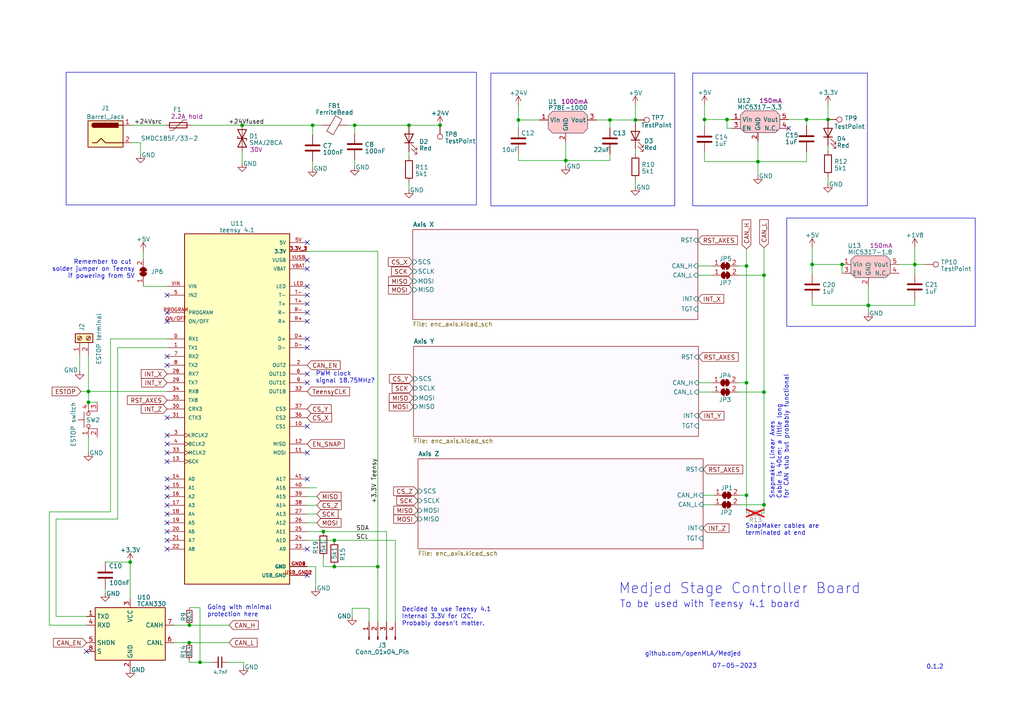
<source format=kicad_sch>
(kicad_sch (version 20230121) (generator eeschema)
  (paper "A4")
  (lib_symbols
    (symbol "+3.3V_1" (power) (pin_numbers hide) (pin_names (offset 0) hide)
      (property "Value" "+3.3V_1" (at 0 3.556 0))
      (symbol "+3.3V_1_1_1"
        (pin power_in line (at 0 0 90) (length 0) hide (name "+3.3V") (number "1"))
      )
    )
    (symbol "+5V_1" (power) (pin_numbers hide) (pin_names (offset 0) hide)
      (property "Value" "+5V_1" (at 0 3.556 0))
      (symbol "+5V_1_1_1"
        (pin power_in line (at 0 0 90) (length 0) hide (name "+5V") (number "1"))
      )
    )
    (symbol "Connector:Barrel_Jack" (pin_names (offset 1.016))
      (property "Reference" "J" (at 0 5.334 0))
      (property "Value" "Barrel_Jack" (at 0 -5.08 0))
      (symbol "Barrel_Jack_1_1"
        (pin passive line (at 7.62 2.54 180) (length 2.54) (name "~") (number "1"))
        (pin passive line (at 7.62 -2.54 180) (length 2.54) (name "~") (number "2"))
      )
    )
    (symbol "Connector:Conn_01x04_Pin" (pin_names (offset 1.016) hide)
      (property "Reference" "J" (at 0 5.08 0))
      (property "Value" "Conn_01x04_Pin" (at 0 -7.62 0))
      (symbol "Conn_01x04_Pin_1_1"
        (pin passive line (at 5.08 2.54 180) (length 3.81) (name "Pin_1") (number "1"))
        (pin passive line (at 5.08 0 180) (length 3.81) (name "Pin_2") (number "2"))
        (pin passive line (at 5.08 -2.54 180) (length 3.81) (name "Pin_3") (number "3"))
        (pin passive line (at 5.08 -5.08 180) (length 3.81) (name "Pin_4") (number "4"))
      )
    )
    (symbol "Connector:Screw_Terminal_01x02" (pin_names (offset 1.016) hide)
      (property "Reference" "J" (at 0 2.54 0))
      (property "Value" "Screw_Terminal_01x02" (at 0 -5.08 0))
      (symbol "Screw_Terminal_01x02_1_1"
        (pin passive line (at -5.08 0 0) (length 3.81) (name "Pin_1") (number "1"))
        (pin passive line (at -5.08 -2.54 0) (length 3.81) (name "Pin_2") (number "2"))
      )
    )
    (symbol "Connector:TestPoint" (pin_numbers hide) (pin_names (offset 0.762) hide)
      (property "Reference" "TP" (at 0 6.858 0))
      (property "Value" "TestPoint" (at 0 5.08 0))
      (symbol "TestPoint_1_1"
        (pin passive line (at 0 0 90) (length 2.54) (name "1") (number "1"))
      )
    )
    (symbol "Device:C" (pin_numbers hide) (pin_names (offset 0.254))
      (property "Reference" "C" (at 0.635 2.54 0))
      (property "Value" "C" (at 0.635 -2.54 0))
      (symbol "C_1_1"
        (pin passive line (at 0 3.81 270) (length 2.794) (name "~") (number "1"))
        (pin passive line (at 0 -3.81 90) (length 2.794) (name "~") (number "2"))
      )
    )
    (symbol "Device:C_Small" (pin_numbers hide) (pin_names (offset 0.254) hide)
      (property "Reference" "C" (at 0.254 1.778 0))
      (property "Value" "C_Small" (at 0.254 -2.032 0))
      (symbol "C_Small_1_1"
        (pin passive line (at 0 2.54 270) (length 2.032) (name "~") (number "1"))
        (pin passive line (at 0 -2.54 90) (length 2.032) (name "~") (number "2"))
      )
    )
    (symbol "Device:FerriteBead" (pin_numbers hide) (pin_names (offset 0))
      (property "Reference" "FB" (at -3.81 0.635 90))
      (property "Value" "FerriteBead" (at 3.81 0 90))
      (symbol "FerriteBead_1_1"
        (pin passive line (at 0 3.81 270) (length 2.54) (name "~") (number "1"))
        (pin passive line (at 0 -3.81 90) (length 2.54) (name "~") (number "2"))
      )
    )
    (symbol "Device:LED" (pin_numbers hide) (pin_names (offset 1.016) hide)
      (property "Reference" "D" (at 0 2.54 0))
      (property "Value" "LED" (at 0 -2.54 0))
      (symbol "LED_1_1"
        (pin passive line (at -3.81 0 0) (length 2.54) (name "K") (number "1"))
        (pin passive line (at 3.81 0 180) (length 2.54) (name "A") (number "2"))
      )
    )
    (symbol "Device:Polyfuse" (pin_numbers hide) (pin_names (offset 0))
      (property "Reference" "F" (at -2.54 0 90))
      (property "Value" "Polyfuse" (at 2.54 0 90))
      (symbol "Polyfuse_1_1"
        (pin passive line (at 0 3.81 270) (length 1.27) (name "~") (number "1"))
        (pin passive line (at 0 -3.81 90) (length 1.27) (name "~") (number "2"))
      )
    )
    (symbol "Device:R" (pin_numbers hide) (pin_names (offset 0))
      (property "Reference" "R" (at 2.032 0 90))
      (property "Value" "R" (at 0 0 90))
      (symbol "R_1_1"
        (pin passive line (at 0 3.81 270) (length 1.27) (name "~") (number "1"))
        (pin passive line (at 0 -3.81 90) (length 1.27) (name "~") (number "2"))
      )
    )
    (symbol "Device:R_Small" (pin_numbers hide) (pin_names (offset 0.254) hide)
      (property "Reference" "R" (at 0.762 0.508 0))
      (property "Value" "R_Small" (at 0.762 -1.016 0))
      (symbol "R_Small_1_1"
        (pin passive line (at 0 2.54 270) (length 0.762) (name "~") (number "1"))
        (pin passive line (at 0 -2.54 90) (length 0.762) (name "~") (number "2"))
      )
    )
    (symbol "Diode:5KPxxCA" (pin_numbers hide) (pin_names (offset 1.016) hide)
      (property "Reference" "D" (at 0 2.54 0))
      (property "Value" "5KPxxCA" (at 0 -2.54 0))
      (symbol "5KPxxCA_1_1"
        (pin passive line (at -3.81 0 0) (length 2.54) (name "A1") (number "1"))
        (pin passive line (at 3.81 0 180) (length 2.54) (name "A2") (number "2"))
      )
    )
    (symbol "GND_1" (power) (pin_numbers hide) (pin_names (offset 0) hide)
      (property "Value" "GND_1" (at 0 -3.81 0))
      (symbol "GND_1_1_1"
        (pin power_in line (at 0 0 270) (length 0) hide (name "GND") (number "1"))
      )
    )
    (symbol "Interface_CAN_LIN:TCAN330"
      (property "Reference" "U" (at -10.16 8.89 0))
      (property "Value" "TCAN330" (at 2.54 8.89 0))
      (symbol "TCAN330_1_1"
        (pin input line (at -12.7 5.08 0) (length 2.54) (name "TXD") (number "1"))
        (pin power_in line (at 0 -10.16 90) (length 2.54) (name "GND") (number "2"))
        (pin power_in line (at 0 10.16 270) (length 2.54) (name "VCC") (number "3"))
        (pin tri_state line (at -12.7 2.54 0) (length 2.54) (name "RXD") (number "4"))
        (pin input line (at -12.7 -2.54 0) (length 2.54) (name "SHDN") (number "5"))
        (pin bidirectional line (at 12.7 -2.54 180) (length 2.54) (name "CANL") (number "6"))
        (pin bidirectional line (at 12.7 2.54 180) (length 2.54) (name "CANH") (number "7"))
        (pin input line (at -12.7 -5.08 0) (length 2.54) (name "S") (number "8"))
      )
    )
    (symbol "Jumper:SolderJumper_2_Bridged" (pin_names (offset 0) hide)
      (property "Reference" "JP" (at 0 2.032 0))
      (property "Value" "SolderJumper_2_Bridged" (at 0 -2.54 0))
      (symbol "SolderJumper_2_Bridged_1_1"
        (pin passive line (at -3.81 0 0) (length 2.54) (name "A") (number "1"))
        (pin passive line (at 3.81 0 180) (length 2.54) (name "B") (number "2"))
      )
    )
    (symbol "Switch:SW_MEC_5E" (pin_names (offset 1.016) hide)
      (property "Reference" "SW" (at 0.635 5.715 0))
      (property "Value" "SW_MEC_5E" (at 0 -3.175 0))
      (symbol "SW_MEC_5E_0_1"
        (pin passive line (at -5.08 2.54 0) (length 2.54) (name "1") (number "1"))
        (pin passive line (at -5.08 0 0) (length 2.54) (name "2") (number "2"))
        (pin passive line (at 5.08 0 180) (length 2.54) (name "K") (number "3"))
        (pin passive line (at 5.08 2.54 180) (length 2.54) (name "A") (number "4"))
      )
    )
    (symbol "medjed-mainboard:MIC5317-3.3"
      (property "Reference" "U" (at 0 1.27 0))
      (symbol "MIC5317-3.3_1_1"
        (pin input line (at -7.62 0 0) (length 2.54) (name "Vin") (number "1"))
        (pin input line (at 0 -6.35 90) (length 2.54) (name "GND") (number "2"))
        (pin input line (at -7.62 -2.54 0) (length 2.54) (name "EN") (number "3"))
        (pin input line (at 8.89 -2.54 180) (length 2.54) (name "N.C.") (number "4"))
        (pin input line (at 8.89 0 180) (length 2.54) (name "Vout") (number "5"))
      )
    )
    (symbol "medjed-mainboard:P78E05-1000"
      (property "Reference" "U" (at 0 1.27 0))
      (symbol "P78E05-1000_1_1"
        (pin input line (at -7.62 0 0) (length 2.54) (name "Vin") (number "1"))
        (pin input line (at 0 -6.35 90) (length 2.54) (name "GND") (number "2"))
        (pin input line (at 8.89 0 180) (length 2.54) (name "Vout") (number "3"))
      )
    )
    (symbol "medjed-mainboard:teensy 4.1" (pin_names (offset 1.016))
      (property "Reference" "U" (at -15.24 52.07 0))
      (property "Value" "teensy 4.1" (at -15.24 -53.34 0))
      (symbol "teensy 4.1_0_0"
        (pin bidirectional line (at -20.32 20.32 0) (length 5.08) (name "RX1") (number "0"))
        (pin bidirectional line (at -20.32 17.78 0) (length 5.08) (name "TX1") (number "1"))
        (pin bidirectional line (at 20.32 -5.08 180) (length 5.08) (name "CS1") (number "10"))
        (pin bidirectional line (at 20.32 -12.7 180) (length 5.08) (name "MOSI") (number "11"))
        (pin bidirectional line (at 20.32 -10.16 180) (length 5.08) (name "MISO") (number "12"))
        (pin bidirectional clock (at -20.32 -15.24 0) (length 5.08) (name "SCK") (number "13"))
        (pin bidirectional line (at -20.32 -20.32 0) (length 5.08) (name "A0") (number "14"))
        (pin bidirectional line (at -20.32 -22.86 0) (length 5.08) (name "A1") (number "15"))
        (pin bidirectional line (at -20.32 -25.4 0) (length 5.08) (name "A2") (number "16"))
        (pin bidirectional line (at -20.32 -27.94 0) (length 5.08) (name "A3") (number "17"))
        (pin bidirectional line (at -20.32 -30.48 0) (length 5.08) (name "A4") (number "18"))
        (pin bidirectional line (at -20.32 -33.02 0) (length 5.08) (name "A5") (number "19"))
        (pin output line (at 20.32 12.7 180) (length 5.08) (name "OUT2") (number "2"))
        (pin bidirectional line (at -20.32 -35.56 0) (length 5.08) (name "A6") (number "20"))
        (pin bidirectional line (at -20.32 -38.1 0) (length 5.08) (name "A7") (number "21"))
        (pin bidirectional line (at -20.32 -40.64 0) (length 5.08) (name "A8") (number "22"))
        (pin bidirectional line (at 20.32 -40.64 180) (length 5.08) (name "A9") (number "23"))
        (pin bidirectional line (at 20.32 -38.1 180) (length 5.08) (name "A10") (number "24"))
        (pin bidirectional line (at 20.32 -35.56 180) (length 5.08) (name "A11") (number "25"))
        (pin bidirectional line (at 20.32 -33.02 180) (length 5.08) (name "A12") (number "26"))
        (pin bidirectional line (at 20.32 -30.48 180) (length 5.08) (name "A13") (number "27"))
        (pin bidirectional line (at -20.32 10.16 0) (length 5.08) (name "RX7") (number "28"))
        (pin bidirectional line (at -20.32 7.62 0) (length 5.08) (name "TX7") (number "29"))
        (pin bidirectional clock (at -20.32 -7.62 0) (length 5.08) (name "LRCLK2") (number "3"))
        (pin power_in line (at 20.32 45.72 180) (length 5.08) (name "3.3V") (number "3.3V_1"))
        (pin power_in line (at 20.32 45.72 180) (length 5.08) (name "3.3V") (number "3.3V_2"))
        (pin power_in line (at 20.32 45.72 180) (length 5.08) (name "3.3V") (number "3.3V_3"))
        (pin bidirectional line (at -20.32 0 0) (length 5.08) (name "CRX3") (number "30"))
        (pin bidirectional line (at -20.32 -2.54 0) (length 5.08) (name "CTX3") (number "31"))
        (pin output line (at 20.32 5.08 180) (length 5.08) (name "OUT1B") (number "32"))
        (pin bidirectional clock (at -20.32 -12.7 0) (length 5.08) (name "MCLK2") (number "33"))
        (pin bidirectional line (at -20.32 5.08 0) (length 5.08) (name "RX8") (number "34"))
        (pin bidirectional line (at -20.32 2.54 0) (length 5.08) (name "TX8") (number "35"))
        (pin bidirectional line (at 20.32 -2.54 180) (length 5.08) (name "CS2") (number "36"))
        (pin bidirectional line (at 20.32 0 180) (length 5.08) (name "CS3") (number "37"))
        (pin bidirectional line (at 20.32 -27.94 180) (length 5.08) (name "A14") (number "38"))
        (pin bidirectional line (at 20.32 -25.4 180) (length 5.08) (name "A15") (number "39"))
        (pin bidirectional clock (at -20.32 -10.16 0) (length 5.08) (name "BCLK2") (number "4"))
        (pin bidirectional line (at 20.32 -22.86 180) (length 5.08) (name "A16") (number "40"))
        (pin bidirectional line (at 20.32 -20.32 180) (length 5.08) (name "A17") (number "41"))
        (pin bidirectional line (at -20.32 33.02 0) (length 5.08) (name "IN2") (number "5"))
        (pin power_in line (at 20.32 48.26 180) (length 5.08) (name "5V") (number "5V"))
        (pin output line (at 20.32 10.16 180) (length 5.08) (name "OUT1D") (number "6"))
        (pin bidirectional line (at -20.32 15.24 0) (length 5.08) (name "RX2") (number "7"))
        (pin bidirectional line (at -20.32 12.7 0) (length 5.08) (name "TX2") (number "8"))
        (pin output line (at 20.32 7.62 180) (length 5.08) (name "OUT1C") (number "9"))
        (pin bidirectional line (at 20.32 20.32 180) (length 5.08) (name "D+") (number "D+"))
        (pin bidirectional line (at 20.32 17.78 180) (length 5.08) (name "D-") (number "D-"))
        (pin power_in line (at 20.32 -45.72 180) (length 5.08) (name "GND") (number "GND1"))
        (pin power_in line (at 20.32 -45.72 180) (length 5.08) (name "GND") (number "GND2"))
        (pin power_in line (at 20.32 -45.72 180) (length 5.08) (name "GND") (number "GND3"))
        (pin power_in line (at 20.32 -45.72 180) (length 5.08) (name "GND") (number "GND4"))
        (pin power_in line (at 20.32 -45.72 180) (length 5.08) (name "GND") (number "GND5"))
        (pin bidirectional line (at 20.32 35.56 180) (length 5.08) (name "LED") (number "LED"))
        (pin bidirectional line (at -20.32 25.4 0) (length 5.08) (name "ON/OFF") (number "ON/OFF"))
        (pin bidirectional line (at -20.32 27.94 0) (length 5.08) (name "PROGRAM") (number "PROGRAM"))
        (pin bidirectional line (at 20.32 25.4 180) (length 5.08) (name "R+") (number "R+"))
        (pin bidirectional line (at 20.32 27.94 180) (length 5.08) (name "R-") (number "R-"))
        (pin bidirectional line (at 20.32 30.48 180) (length 5.08) (name "T+") (number "T+"))
        (pin bidirectional line (at 20.32 33.02 180) (length 5.08) (name "T-") (number "T-"))
        (pin power_in line (at 20.32 -48.26 180) (length 5.08) (name "USB_GND") (number "USB_GND1"))
        (pin power_in line (at 20.32 -48.26 180) (length 5.08) (name "USB_GND") (number "USB_GND2"))
        (pin passive line (at 20.32 40.64 180) (length 5.08) (name "VBAT") (number "VBAT"))
        (pin input line (at -20.32 35.56 0) (length 5.08) (name "VIN") (number "VIN"))
        (pin passive line (at 20.32 43.18 180) (length 5.08) (name "VUSB") (number "VUSB"))
      )
    )
    (symbol "power:+1V8" (power) (pin_names (offset 0))
      (property "Value" "+1V8" (at 0 3.556 0))
      (symbol "+1V8_1_1"
        (pin power_in line (at 0 0 90) (length 0) hide (name "+1V8") (number "1"))
      )
    )
    (symbol "power:+24V" (power) (pin_names (offset 0))
      (property "Value" "+24V" (at 0 3.556 0))
      (symbol "+24V_1_1"
        (pin power_in line (at 0 0 90) (length 0) hide (name "+24V") (number "1"))
      )
    )
    (symbol "power:+3.3V" (power) (pin_names (offset 0))
      (property "Value" "+3.3V" (at 0 3.556 0))
      (symbol "+3.3V_1_1"
        (pin power_in line (at 0 0 90) (length 0) hide (name "+3.3V") (number "1"))
      )
    )
    (symbol "power:+5V" (power) (pin_names (offset 0))
      (property "Value" "+5V" (at 0 3.556 0))
      (symbol "+5V_1_1"
        (pin power_in line (at 0 0 90) (length 0) hide (name "+5V") (number "1"))
      )
    )
    (symbol "power:GND" (power) (pin_names (offset 0))
      (property "Value" "GND" (at 0 -3.81 0))
      (symbol "GND_1_1"
        (pin power_in line (at 0 0 270) (length 0) hide (name "GND") (number "1"))
      )
    )
  )
  (junction (at 216.5096 111.0234))
  (junction (at 25.654 116.6876))
  (junction (at 25.654 113.538))
  (junction (at 70.231 36.322))
  (junction (at 96.9684 164.338))
  (junction (at 109.5756 164.3481))
  (junction (at 37.7676 163.0315))
  (junction (at 184.277 34.798))
  (junction (at 96.9684 156.718))
  (junction (at 216.5096 143.637))
  (junction (at 164.084 46.5544))
  (junction (at 235.5596 76.708))
  (junction (at 221.5896 79.8322))
  (junction (at 54.9465 181.3306))
  (junction (at 216.5096 77.1398))
  (junction (at 221.5896 113.7187))
  (junction (at 118.618 36.322))
  (junction (at 265.3284 76.708))
  (junction (at 93.7816 154.178))
  (junction (at 233.934 34.671))
  (junction (at 102.87 36.322))
  (junction (at 127.635 36.322))
  (junction (at 204.343 34.671))
  (junction (at 150.368 34.798))
  (junction (at 176.911 34.798))
  (junction (at 240.157 34.671))
  (junction (at 54.8637 186.4106))
  (junction (at 251.8664 88.5757))
  (junction (at 90.678 36.322))
  (junction (at 210.8649 34.671))
  (junction (at 219.837 46.8914))
  (junction (at 251.8664 88.6024))
  (junction (at 221.5896 146.4056))
  (junction (at 244.2464 76.708))
  (junction (at 58.0136 192.1002))
  (no_connect (at 89.1032 138.938))
  (no_connect (at 89.1032 90.678))
  (no_connect (at 89.1032 83.058))
  (no_connect (at 89.1032 75.438))
  (no_connect (at 48.4632 149.098))
  (no_connect (at 89.1032 93.218))
  (no_connect (at 89.1032 85.598))
  (no_connect (at 48.4632 126.238))
  (no_connect (at 89.1032 100.838))
  (no_connect (at 48.4632 128.778))
  (no_connect (at 89.1032 88.138))
  (no_connect (at 48.4632 93.218))
  (no_connect (at 89.1032 166.878))
  (no_connect (at 228.727 37.211))
  (no_connect (at 48.4632 105.918))
  (no_connect (at 48.4632 144.018))
  (no_connect (at 89.1032 77.978))
  (no_connect (at 48.4632 159.258))
  (no_connect (at 89.1032 123.698))
  (no_connect (at 89.1032 108.458))
  (no_connect (at 48.4632 146.558))
  (no_connect (at 89.1032 131.318))
  (no_connect (at 48.4632 90.678))
  (no_connect (at 48.4632 151.638))
  (no_connect (at 48.4632 85.598))
  (no_connect (at 48.4632 156.718))
  (no_connect (at 48.4632 133.858))
  (no_connect (at 89.1032 70.358))
  (no_connect (at 48.4632 138.938))
  (no_connect (at 89.1032 159.258))
  (no_connect (at 25.0698 188.9506))
  (no_connect (at 48.4632 121.158))
  (no_connect (at 89.1032 98.298))
  (no_connect (at 48.4632 103.378))
  (no_connect (at 48.4632 141.478))
  (no_connect (at 48.4632 154.178))
  (no_connect (at 89.1032 110.998))
  (no_connect (at 48.4632 131.318))
  (wire (pts (xy 100.838 36.322) (xy 102.87 36.322)))
  (wire (pts (xy 93.7816 164.338) (xy 96.9684 164.338)))
  (wire (pts (xy 150.368 46.5544) (xy 164.084 46.5544)))
  (wire (pts (xy 244.2464 76.708) (xy 235.5596 76.708)))
  (wire (pts (xy 204.343 34.671) (xy 210.8649 34.671)))
  (wire (pts (xy 102.1334 176.4253) (xy 102.1334 178.7144)))
  (wire (pts (xy 25.654 113.538) (xy 48.4632 113.538)))
  (wire (pts (xy 109.5756 73.1537) (xy 109.5756 164.3481)))
  (wire (pts (xy 204.343 30.353) (xy 204.343 34.671)))
  (wire (pts (xy 118.618 43.942) (xy 118.618 45.339)))
  (wire (pts (xy 214.5792 143.637) (xy 216.5096 143.637)))
  (wire (pts (xy 240.157 30.353) (xy 240.157 34.671)))
  (wire (pts (xy 114.6556 156.718) (xy 114.6556 180.4162)))
  (wire (pts (xy 216.5096 72.1868) (xy 216.5096 77.1398)))
  (wire (pts (xy 184.277 30.48) (xy 184.277 34.798)))
  (wire (pts (xy 25.654 103.1748) (xy 25.654 113.538)))
  (wire (pts (xy 70.6628 192.1002) (xy 66.3448 192.1002)))
  (bus (pts (xy 266.446 83.9724) (xy 266.446 84.0232)))
  (wire (pts (xy 14.3002 181.3306) (xy 25.0698 181.3306)))
  (wire (pts (xy 216.5096 143.637) (xy 216.5096 111.0234)))
  (wire (pts (xy 101.9302 164.3481) (xy 101.9302 164.338)))
  (wire (pts (xy 48.4632 100.838) (xy 34.1363 100.838)))
  (wire (pts (xy 66.4464 186.3852) (xy 66.4464 186.4106)))
  (wire (pts (xy 90.678 46.736) (xy 90.678 48.641)))
  (wire (pts (xy 210.8649 37.211) (xy 212.217 37.211)))
  (wire (pts (xy 176.911 37.084) (xy 176.911 34.798)))
  (wire (pts (xy 202.4126 77.1398) (xy 206.5736 77.1398)))
  (wire (pts (xy 37.7676 163.0315) (xy 37.7676 171.704)))
  (wire (pts (xy 233.934 36.449) (xy 233.934 34.671)))
  (wire (pts (xy 41.5544 83.058) (xy 48.4632 83.058)))
  (wire (pts (xy 89.1032 141.478) (xy 91.8972 141.478)))
  (wire (pts (xy 102.87 38.735) (xy 102.87 36.322)))
  (wire (pts (xy 216.5096 111.0234) (xy 216.5096 77.1398)))
  (wire (pts (xy 214.1936 77.1398) (xy 216.5096 77.1398)))
  (wire (pts (xy 66.421 181.3052) (xy 66.421 181.3306)))
  (wire (pts (xy 38.227 41.402) (xy 40.767 41.402)))
  (wire (pts (xy 32.0495 98.298) (xy 32.0495 148.463)))
  (wire (pts (xy 55.499 36.322) (xy 70.231 36.322)))
  (wire (pts (xy 89.1032 151.638) (xy 91.8972 151.638)))
  (wire (pts (xy 150.368 30.48) (xy 150.368 34.798)))
  (wire (pts (xy 235.5596 87.0712) (xy 235.5596 88.5757)))
  (wire (pts (xy 30.6832 163.0315) (xy 37.7676 163.0315)))
  (wire (pts (xy 58.0136 192.1002) (xy 61.2648 192.1002)))
  (wire (pts (xy 203.9366 146.4056) (xy 206.9007 146.4056)))
  (wire (pts (xy 25.654 116.6876) (xy 28.194 116.6876)))
  (wire (pts (xy 233.934 44.069) (xy 233.934 46.8914)))
  (wire (pts (xy 214.2621 79.8322) (xy 221.5896 79.8322)))
  (wire (pts (xy 70.6628 192.1002) (xy 70.6628 193.2178)))
  (wire (pts (xy 32.0495 148.463) (xy 14.3002 148.463)))
  (wire (pts (xy 172.974 34.798) (xy 176.911 34.798)))
  (wire (pts (xy 58.0136 176.2506) (xy 58.0136 192.1002)))
  (wire (pts (xy 54.8637 192.1002) (xy 58.0136 192.1002)))
  (wire (pts (xy 233.934 46.8914) (xy 219.837 46.8914)))
  (wire (pts (xy 89.1032 156.718) (xy 96.9684 156.718)))
  (wire (pts (xy 38.227 36.322) (xy 47.879 36.322)))
  (wire (pts (xy 202.6158 113.7158) (xy 206.5528 113.7158)))
  (wire (pts (xy 54.9465 176.2506) (xy 58.0136 176.2506)))
  (wire (pts (xy 221.5896 71.8312) (xy 221.5896 79.8322)))
  (wire (pts (xy 216.5096 143.637) (xy 216.5096 148.8186)))
  (wire (pts (xy 16.257 178.7906) (xy 25.0698 178.7906)))
  (wire (pts (xy 14.3002 148.463) (xy 14.3002 181.3306)))
  (wire (pts (xy 96.9684 156.718) (xy 114.6556 156.718)))
  (wire (pts (xy 30.5308 170.6261) (xy 30.5308 171.9127)))
  (wire (pts (xy 54.9465 181.3306) (xy 66.421 181.3306)))
  (wire (pts (xy 251.8664 83.058) (xy 251.8664 88.5757)))
  (wire (pts (xy 89.1032 164.338) (xy 91.567 164.338)))
  (wire (pts (xy 41.5544 72.898) (xy 41.5544 75.0316)))
  (wire (pts (xy 221.5896 79.8322) (xy 221.5896 113.7187)))
  (wire (pts (xy 34.1363 150.5517) (xy 16.257 150.5517)))
  (wire (pts (xy 260.7564 76.708) (xy 265.3284 76.708)))
  (wire (pts (xy 150.368 44.704) (xy 150.368 46.5544)))
  (wire (pts (xy 96.9684 164.338) (xy 101.9302 164.338)))
  (wire (pts (xy 50.4698 181.3306) (xy 54.9465 181.3306)))
  (wire (pts (xy 118.618 52.959) (xy 118.618 54.864)))
  (wire (pts (xy 251.8664 88.5757) (xy 251.8664 88.6024)))
  (wire (pts (xy 203.9366 146.4056) (xy 203.9366 146.3294)))
  (wire (pts (xy 40.767 41.402) (xy 40.767 44.704)))
  (wire (pts (xy 70.231 36.322) (xy 90.678 36.322)))
  (wire (pts (xy 150.368 34.798) (xy 156.464 34.798)))
  (wire (pts (xy 265.3284 76.708) (xy 268.1224 76.708)))
  (wire (pts (xy 265.3284 88.6024) (xy 251.8664 88.6024)))
  (wire (pts (xy 164.084 48.006) (xy 164.084 46.5544)))
  (wire (pts (xy 221.6404 79.8322) (xy 221.5896 79.8322)))
  (wire (pts (xy 240.157 42.291) (xy 240.157 43.688)))
  (wire (pts (xy 102.1334 176.4253) (xy 107.0356 176.4253)))
  (wire (pts (xy 48.4632 98.298) (xy 32.0495 98.298)))
  (wire (pts (xy 204.343 46.8914) (xy 219.837 46.8914)))
  (wire (pts (xy 251.8664 88.6024) (xy 251.8664 90.6272)))
  (wire (pts (xy 221.5896 146.4056) (xy 221.5896 148.8186)))
  (wire (pts (xy 93.7816 161.798) (xy 93.7816 164.338)))
  (wire (pts (xy 240.157 51.308) (xy 240.157 53.213)))
  (wire (pts (xy 89.1032 149.098) (xy 91.8972 149.098)))
  (wire (pts (xy 16.257 150.5517) (xy 16.257 178.7906)))
  (wire (pts (xy 214.1728 113.7187) (xy 221.5896 113.7187)))
  (wire (pts (xy 102.87 46.355) (xy 102.87 48.26)))
  (wire (pts (xy 30.6832 163.0061) (xy 30.6832 163.0315)))
  (wire (pts (xy 221.6658 146.4056) (xy 221.5896 146.4056)))
  (wire (pts (xy 70.231 43.942) (xy 70.231 47.244)))
  (wire (pts (xy 221.5896 113.7187) (xy 221.5896 146.4056)))
  (wire (pts (xy 235.5596 71.7296) (xy 235.5596 76.708)))
  (wire (pts (xy 233.934 34.671) (xy 240.157 34.671)))
  (wire (pts (xy 89.1032 146.558) (xy 91.8972 146.558)))
  (wire (pts (xy 265.3284 76.708) (xy 265.3284 79.4004)))
  (wire (pts (xy 54.8637 191.4906) (xy 54.8637 192.1002)))
  (wire (pts (xy 41.5544 82.6516) (xy 41.5544 83.058)))
  (wire (pts (xy 101.9302 164.3481) (xy 109.5756 164.3481)))
  (wire (pts (xy 219.837 46.8914) (xy 219.837 50.8)))
  (wire (pts (xy 219.837 46.8914) (xy 219.837 41.021)))
  (wire (pts (xy 37.7676 171.704) (xy 37.7698 171.704)))
  (wire (pts (xy 91.567 164.338) (xy 91.567 170.3578)))
  (wire (pts (xy 235.5596 88.5757) (xy 251.8664 88.5757)))
  (wire (pts (xy 176.911 44.704) (xy 176.911 46.5544)))
  (wire (pts (xy 214.1728 113.7187) (xy 214.1728 113.7158)))
  (wire (pts (xy 164.084 41.148) (xy 164.084 46.5544)))
  (wire (pts (xy 214.1043 111.0234) (xy 216.5096 111.0234)))
  (wire (pts (xy 37.7698 171.704) (xy 37.7698 173.7106)))
  (wire (pts (xy 214.5207 146.4056) (xy 221.5896 146.4056)))
  (wire (pts (xy 50.4698 186.4106) (xy 54.8637 186.4106)))
  (wire (pts (xy 25.654 126.8476) (xy 25.654 131.1148)))
  (wire (pts (xy 93.7816 154.178) (xy 112.1156 154.178)))
  (wire (pts (xy 204.343 44.196) (xy 204.343 46.8914)))
  (wire (pts (xy 25.654 116.6876) (xy 25.654 113.538)))
  (wire (pts (xy 204.343 34.671) (xy 204.343 36.576)))
  (wire (pts (xy 228.727 34.671) (xy 233.934 34.671)))
  (wire (pts (xy 66.4718 186.3852) (xy 66.4464 186.3852)))
  (wire (pts (xy 244.2464 76.708) (xy 244.2464 79.248)))
  (wire (pts (xy 66.4718 181.3052) (xy 66.421 181.3052)))
  (wire (pts (xy 176.911 34.798) (xy 184.277 34.798)))
  (wire (pts (xy 89.1032 154.178) (xy 93.7816 154.178)))
  (wire (pts (xy 202.4126 79.8322) (xy 206.6421 79.8322)))
  (wire (pts (xy 54.8637 186.4106) (xy 66.4464 186.4106)))
  (wire (pts (xy 210.8649 34.671) (xy 212.217 34.671)))
  (wire (pts (xy 23.4696 113.538) (xy 25.654 113.538)))
  (wire (pts (xy 184.277 52.197) (xy 184.277 54.102)))
  (wire (pts (xy 107.0356 176.4253) (xy 107.0356 180.4162)))
  (wire (pts (xy 90.678 36.322) (xy 93.218 36.322)))
  (wire (pts (xy 30.5308 163.0061) (xy 30.6832 163.0061)))
  (wire (pts (xy 90.678 39.116) (xy 90.678 36.322)))
  (wire (pts (xy 265.3284 71.7296) (xy 265.3284 76.708)))
  (wire (pts (xy 210.8649 34.671) (xy 210.8649 37.211)))
  (wire (pts (xy 109.5502 72.898) (xy 89.1032 72.898)))
  (wire (pts (xy 235.5596 76.708) (xy 235.5596 79.4512)))
  (wire (pts (xy 203.9366 143.637) (xy 206.9592 143.637)))
  (wire (pts (xy 102.87 36.322) (xy 118.618 36.322)))
  (wire (pts (xy 184.277 43.18) (xy 184.277 44.577)))
  (wire (pts (xy 109.5502 73.1537) (xy 109.5502 72.898)))
  (wire (pts (xy 202.6158 111.0234) (xy 206.4843 111.0234)))
  (wire (pts (xy 265.3284 87.0204) (xy 265.3284 88.6024)))
  (wire (pts (xy 109.5756 180.4162) (xy 109.5756 164.3481)))
  (wire (pts (xy 112.1156 154.178) (xy 112.1156 180.4162)))
  (wire (pts (xy 176.911 46.5544) (xy 164.084 46.5544)))
  (wire (pts (xy 109.5756 73.1537) (xy 109.5502 73.1537)))
  (wire (pts (xy 184.277 34.798) (xy 184.277 35.56)))
  (wire (pts (xy 89.1032 144.018) (xy 91.8972 144.018)))
  (wire (pts (xy 150.368 37.084) (xy 150.368 34.798)))
  (wire (pts (xy 34.1363 100.838) (xy 34.1363 150.5517)))
  (wire (pts (xy 118.618 36.322) (xy 127.635 36.322)))
  (wire (pts (xy 23.114 103.1748) (xy 23.114 107.442)))
  (rectangle (start 19.177 20.955) (end 138.176 59.436))
  (rectangle (start 228.1936 63.246) (end 282.8544 94.6658))
  (rectangle (start 142.367 21.209) (end 195.707 59.69))
  (rectangle (start 200.914 21.209) (end 251.587 59.69))
  (text "Medjed Stage Controller Board" (at 179.3748 172.5422 0) (effects (font (size 3 3)) (justify left bottom)))
  (text "Remember to cut \nsolder jumper on Teensy\nif powering from 5V" (at 39.116 80.9244 0) (effects (font (size 1.27 1.27)) (justify right bottom)))
  (text "0.1.2" (at 268.6558 194.2592 0) (effects (font (size 1.27 1.27)) (justify left bottom)))
  (text "Decided to use Teensy 4.1\nInternal 3.3V for I2C. \nProbably doesn't matter." (at 116.5098 181.6862 0) (effects (font (size 1.27 1.27)) (justify left bottom)))
  (text "Snapmaker Linear Axes \nCable is 40cm; a little long\nfor CAN stub but probably functional\n\n" (at 230.8606 144.78 90) (effects (font (size 1.27 1.27)) (justify left bottom)))
  (text "SnapMaker cables are\nterminated at end" (at 216.154 155.448 0) (effects (font (size 1.27 1.27)) (justify left bottom)))
  (text "github.com/openMLA/Medjed" (at 187.0202 190.4746 0) (effects (font (size 1.27 1.27)) (justify left bottom)))
  (text "07-05-2023" (at 206.5528 194.0052 0) (effects (font (size 1.27 1.27)) (justify left bottom)))
  (text "To be used with Teensy 4.1 board" (at 179.7558 176.4792 0) (effects (font (size 2 2)) (justify left bottom)))
  (text "PWM clock \nsignal 18.75MHz?\n\n" (at 91.5416 113.3348 0) (effects (font (size 1.27 1.27)) (justify left bottom)))
  (text "Going with minimal\nprotection here" (at 60.071 179.07 0) (effects (font (size 1.27 1.27)) (justify left bottom)))
  (label "SDA" (at 103.2692 154.178 0))
  (label "+24Vsrc" (at 38.862 36.322 0))
  (label "+24Vfused" (at 66.2147 36.322 0))
  (label "+3.3V Teensy" (at 109.5756 132.9033 270))
  (label "SCL" (at 103.2697 156.718 0))
  (global_label "ESTOP" (shape input) (at 23.4696 113.538 180) (property "Intersheetrefs" "${INTERSHEET_REFS}" (effects hide)))
  (global_label "INT_Y" (shape input) (at 48.4632 110.998 180) (property "Intersheetrefs" "${INTERSHEET_REFS}" (effects hide)))
  (global_label "INT_Z" (shape input) (at 203.9366 153.1874 0) (property "Intersheetrefs" "${INTERSHEET_REFS}" (effects hide)))
  (global_label "MOSI" (shape input) (at 119.7102 84.0486 180) (property "Intersheetrefs" "${INTERSHEET_REFS}" (effects hide)))
  (global_label "RST_AXES" (shape input) (at 203.9366 136.1694 0) (property "Intersheetrefs" "${INTERSHEET_REFS}" (effects hide)))
  (global_label "SCK" (shape input) (at 119.7102 78.7146 180) (property "Intersheetrefs" "${INTERSHEET_REFS}" (effects hide)))
  (global_label "CAN_H" (shape input) (at 216.5096 72.1868 90) (property "Intersheetrefs" "${INTERSHEET_REFS}" (effects hide)))
  (global_label "SCK" (shape input) (at 91.8972 149.098 0) (property "Intersheetrefs" "${INTERSHEET_REFS}" (effects hide)))
  (global_label "CS_Y" (shape input) (at 119.9134 109.855 180) (property "Intersheetrefs" "${INTERSHEET_REFS}" (effects hide)))
  (global_label "CS_X" (shape input) (at 89.1032 121.158 0) (property "Intersheetrefs" "${INTERSHEET_REFS}" (effects hide)))
  (global_label "MISO" (shape input) (at 121.2342 148.0566 180) (property "Intersheetrefs" "${INTERSHEET_REFS}" (effects hide)))
  (global_label "INT_Z" (shape input) (at 48.4632 118.618 180) (property "Intersheetrefs" "${INTERSHEET_REFS}" (effects hide)))
  (global_label "CS_Z" (shape input) (at 121.2342 142.4686 180) (property "Intersheetrefs" "${INTERSHEET_REFS}" (effects hide)))
  (global_label "CS_Z" (shape input) (at 91.8972 146.558 0) (property "Intersheetrefs" "${INTERSHEET_REFS}" (effects hide)))
  (global_label "CAN_L" (shape input) (at 66.4718 186.3852 0) (property "Intersheetrefs" "${INTERSHEET_REFS}" (effects hide)))
  (global_label "INT_X" (shape input) (at 202.4126 86.6902 0) (property "Intersheetrefs" "${INTERSHEET_REFS}" (effects hide)))
  (global_label "CAN_EN" (shape input) (at 89.1032 105.918 0) (property "Intersheetrefs" "${INTERSHEET_REFS}" (effects hide)))
  (global_label "MISO" (shape input) (at 91.8972 144.018 0) (property "Intersheetrefs" "${INTERSHEET_REFS}" (effects hide)))
  (global_label "TeensyCLK" (shape input) (at 89.1032 113.538 0) (property "Intersheetrefs" "${INTERSHEET_REFS}" (effects hide)))
  (global_label "MISO" (shape input) (at 119.9134 115.443 180) (property "Intersheetrefs" "${INTERSHEET_REFS}" (effects hide)))
  (global_label "MOSI" (shape input) (at 119.9134 117.9322 180) (property "Intersheetrefs" "${INTERSHEET_REFS}" (effects hide)))
  (global_label "EN_SNAP" (shape input) (at 89.1032 128.778 0) (property "Intersheetrefs" "${INTERSHEET_REFS}" (effects hide)))
  (global_label "CS_Y" (shape input) (at 89.1032 118.618 0) (property "Intersheetrefs" "${INTERSHEET_REFS}" (effects hide)))
  (global_label "CAN_L" (shape input) (at 221.5896 71.8312 90) (property "Intersheetrefs" "${INTERSHEET_REFS}" (effects hide)))
  (global_label "MOSI" (shape input) (at 121.2342 150.5458 180) (property "Intersheetrefs" "${INTERSHEET_REFS}" (effects hide)))
  (global_label "MISO" (shape input) (at 119.7102 81.5594 180) (property "Intersheetrefs" "${INTERSHEET_REFS}" (effects hide)))
  (global_label "INT_Y" (shape input) (at 202.6158 120.5738 0) (property "Intersheetrefs" "${INTERSHEET_REFS}" (effects hide)))
  (global_label "CS_X" (shape input) (at 119.7102 75.9714 180) (property "Intersheetrefs" "${INTERSHEET_REFS}" (effects hide)))
  (global_label "SCK" (shape input) (at 121.2342 145.2118 180) (property "Intersheetrefs" "${INTERSHEET_REFS}" (effects hide)))
  (global_label "RST_AXES" (shape input) (at 202.4126 69.6722 0) (property "Intersheetrefs" "${INTERSHEET_REFS}" (effects hide)))
  (global_label "INT_X" (shape input) (at 48.4632 108.458 180) (property "Intersheetrefs" "${INTERSHEET_REFS}" (effects hide)))
  (global_label "CAN_H" (shape input) (at 66.4718 181.3052 0) (property "Intersheetrefs" "${INTERSHEET_REFS}" (effects hide)))
  (global_label "RST_AXES" (shape input) (at 48.4632 116.078 180) (property "Intersheetrefs" "${INTERSHEET_REFS}" (effects hide)))
  (global_label "SCK" (shape input) (at 119.9134 112.5982 180) (property "Intersheetrefs" "${INTERSHEET_REFS}" (effects hide)))
  (global_label "RST_AXES" (shape input) (at 202.6158 103.5558 0) (property "Intersheetrefs" "${INTERSHEET_REFS}" (effects hide)))
  (global_label "MOSI" (shape input) (at 91.8972 151.638 0) (property "Intersheetrefs" "${INTERSHEET_REFS}" (effects hide)))
  (global_label "CAN_EN" (shape input) (at 25.0698 186.4106 180) (property "Intersheetrefs" "${INTERSHEET_REFS}" (effects hide)))
  (symbol (lib_id "Device:LED") (at 184.277 39.37 90) (unit 1)
    (property "Reference" "D3" (at 186.817 40.894 90) (effects (justify right)))
    (property "Value" "Red" (at 186.817 42.815 90) (effects (justify right)))
    (property "Footprint" "LED_SMD:LED_0805_2012Metric" (effects hide))
    (property "Datasheet" "https://nl.mouser.com/datasheet/2/445/150080RS75000-3084988.pdf" (effects hide))
    (property "Mouser" "710-150080RS75000" (effects hide))
  )
  (symbol (lib_id "Device:C") (at 235.5596 83.2612 0) (unit 1)
    (property "Reference" "C20" (at 238.4806 82.6175 0) (effects (justify left)))
    (property "Value" "1uF" (at 238.4806 84.5385 0) (effects (justify left)))
    (property "Footprint" "Capacitor_SMD:C_0402_1005Metric" (effects hide))
    (property "Mouser" "187-CL05A105KO5NNNC" (effects hide))
  )
  (symbol (lib_id "Device:LED") (at 240.157 38.481 90) (unit 1)
    (property "Reference" "D4" (at 242.697 40.259 90) (effects (justify right)))
    (property "Value" "Red" (at 242.697 42.18 90) (effects (justify right)))
    (property "Footprint" "LED_SMD:LED_0805_2012Metric" (effects hide))
    (property "Datasheet" "https://nl.mouser.com/datasheet/2/445/150080RS75000-3084988.pdf" (effects hide))
    (property "Mouser" "710-150080RS75000" (effects hide))
  )
  (symbol (lib_id "power:GND") (at 102.87 48.26 0) (unit 1)
    (property "Reference" "#PWR018" (effects hide))
    (property "Value" "GND" (at 105.156 48.514 0))
  )
  (symbol (lib_id "Jumper:SolderJumper_2_Bridged") (at 210.7692 143.637 0) (unit 1)
    (property "Reference" "JP1" (at 210.82 141.5288 0))
    (property "Value" "SolderJumper_2_Bridged" (effects hide))
    (property "Footprint" "Jumper:SolderJumper-2_P1.3mm_Bridged_RoundedPad1.0x1.5mm" (effects hide))
  )
  (symbol (lib_id "Device:R") (at 118.618 49.149 0) (unit 1)
    (property "Reference" "R11" (at 120.396 48.5053 0) (effects (justify left)))
    (property "Value" "5k1" (at 120.396 50.4263 0) (effects (justify left)))
    (property "Footprint" "Resistor_SMD:R_0603_1608Metric" (effects hide))
    (property "Datasheet" "https://nl.mouser.com/datasheet/2/315/AOA0000C307-1149632.pdf" (effects hide))
    (property "Mouser" "667-ERA-3AED512V" (effects hide))
  )
  (symbol (lib_id "power:+5V") (at 235.5596 71.7296 0) (unit 1)
    (property "Reference" "#PWR048" (effects hide))
    (property "Value" "+5V" (at 235.5596 68.2277 0))
  )
  (symbol (lib_id "power:GND") (at 164.084 48.006 0) (unit 1)
    (property "Reference" "#PWR028" (effects hide))
    (property "Value" "GND" (at 166.37 48.26 0))
  )
  (symbol (lib_id "power:GND") (at 40.767 44.704 0) (unit 1)
    (property "Reference" "#PWR012" (effects hide))
    (property "Value" "GND" (at 43.053 44.958 0))
  )
  (symbol (lib_id "power:GND") (at 219.837 50.8 0) (unit 1)
    (property "Reference" "#PWR032" (effects hide))
    (property "Value" "GND" (at 222.123 51.054 0))
  )
  (symbol (lib_id "power:+5V") (at 184.277 30.48 0) (unit 1)
    (property "Reference" "#PWR025" (effects hide))
    (property "Value" "+5V" (at 184.277 26.9781 0))
  )
  (symbol (lib_id "Connector:Barrel_Jack") (at 30.607 38.862 0) (unit 1)
    (property "Reference" "J1" (at 30.607 31.3522 0))
    (property "Value" "Barrel_Jack" (at 30.607 33.8891 0))
    (property "Footprint" "medjed-mainboard:BarrelJack_Horizontal" (effects hide))
    (property "Voltage" "24V" (effects hide))
  )
  (symbol (lib_id "Device:Polyfuse") (at 51.689 36.322 90) (unit 1)
    (property "Reference" "F1" (at 51.435 31.75 90))
    (property "Value" "SMDC185F/33-2" (at 49.149 40.132 90))
    (property "Footprint" "medjed-mainboard:SMDC185F_33-2" (effects hide))
    (property "Hold Current" "2.2A hold" (at 54.229 33.782 90))
    (property "Mouser" "650-SMDC185F/33-2" (effects hide))
  )
  (symbol (lib_id "Connector:TestPoint") (at 268.1224 76.708 270) (unit 1)
    (property "Reference" "TP10" (at 272.8214 76.0643 90) (effects (justify left)))
    (property "Value" "TestPoint" (at 272.8214 77.9853 90) (effects (justify left)))
    (property "Footprint" "TestPoint:TestPoint_Pad_D1.0mm" (effects hide))
  )
  (symbol (lib_name "+5V_1") (lib_id "power:+5V") (at 41.5544 72.898 0) (unit 1)
    (property "Reference" "#PWR047" (effects hide))
    (property "Value" "+5V" (at 41.5544 69.3961 0))
  )
  (symbol (lib_id "medjed-mainboard:teensy 4.1") (at 68.7832 118.618 0) (unit 1)
    (property "Reference" "U11" (at 68.7832 64.8081 0))
    (property "Value" "teensy 4.1" (at 68.7832 66.7291 0))
    (property "Footprint" "MODULE_DEV-16771" (effects hide))
    (property "Datasheet" "https://www.pjrc.com/store/teensy41.html" (effects hide))
    (property "STANDARD" "Manufacturer recommendations" (effects hide))
    (property "MAXIMUM_PACKAGE_HEIGHT" "4.07mm" (effects hide))
    (property "PARTREV" "4.1" (effects hide))
    (property "MANUFACTURER" "SparkFun Electronics" (effects hide))
  )
  (symbol (lib_id "medjed-mainboard:MIC5317-3.3") (at 219.837 34.671 0) (unit 1)
    (property "Reference" "U12" (at 215.773 29.21 0))
    (property "Value" "MIC5317-3.3" (at 220.345 31.115 0))
    (property "Footprint" "Package_TO_SOT_SMD:SOT-23-5" (effects hide))
    (property "Datasheet" "https://nl.mouser.com/datasheet/2/268/MIC5317_High_Performance_Single_150mA_LDO_DS200061-1891237.pdf" (effects hide))
    (property "Mouser" "998-MIC5317-3.3YM5TR" (effects hide))
    (property "Max Current" "150mA" (at 223.52 29.21 0))
  )
  (symbol (lib_id "Device:R") (at 93.7816 157.988 180) (unit 1)
    (property "Reference" "R19" (at 91.5342 158.8262 90))
    (property "Value" "5k1" (at 93.744 158.4452 90))
    (property "Footprint" "Resistor_SMD:R_0603_1608Metric" (effects hide))
    (property "Mouser" "667-ERA-3AED512V" (effects hide))
  )
  (symbol (lib_id "power:+1V8") (at 265.3284 71.7296 0) (unit 1)
    (property "Reference" "#PWR013" (effects hide))
    (property "Value" "+1V8" (at 265.3284 68.2277 0))
  )
  (symbol (lib_id "Switch:SW_MEC_5E") (at 28.194 121.7676 90) (unit 1)
    (property "Reference" "SW2" (at 24.9428 121.8184 90) (effects (justify right)))
    (property "Value" "ESTOP switch" (at 21.2598 116.5606 0) (effects (justify right)))
    (property "Footprint" "medjed-mainboard:E-switch-button" (effects hide))
    (property "Datasheet" "https://nl.mouser.com/datasheet/2/140/TL3305-2065758.pdf" (effects hide))
    (property "Mouser" "612-TL3305AF160QG" (effects hide))
  )
  (symbol (lib_id "Jumper:SolderJumper_2_Bridged") (at 210.7107 146.4056 0) (unit 1)
    (property "Reference" "JP2" (at 210.6422 148.6154 0))
    (property "Value" "SolderJumper_2_Bridged" (effects hide))
    (property "Footprint" "Jumper:SolderJumper-2_P1.3mm_Bridged_RoundedPad1.0x1.5mm" (effects hide))
  )
  (symbol (lib_name "GND_1") (lib_id "power:GND") (at 102.1334 178.7144 0) (unit 1)
    (property "Reference" "#PWR074" (effects hide))
    (property "Value" "GND" (at 99.8628 178.7113 0))
  )
  (symbol (lib_id "Device:R") (at 96.9684 160.528 180) (unit 1)
    (property "Reference" "R15" (at 99.3502 160.8074 90))
    (property "Value" "5k1" (at 96.9626 160.4518 90))
    (property "Footprint" "Resistor_SMD:R_0603_1608Metric" (effects hide))
    (property "Mouser" "667-ERA-3AED512V" (effects hide))
  )
  (symbol (lib_id "Connector:TestPoint") (at 240.157 34.671 270) (unit 1)
    (property "Reference" "TP9" (at 244.983 34.29 90) (effects (justify left)))
    (property "Value" "TestPoint" (at 241.935 36.703 90) (effects (justify left)))
    (property "Footprint" "TestPoint:TestPoint_Pad_D1.0mm" (effects hide))
  )
  (symbol (lib_id "Jumper:SolderJumper_2_Bridged") (at 210.3836 77.1398 0) (unit 1)
    (property "Reference" "JP5" (at 210.4344 75.0316 0))
    (property "Value" "SolderJumper_2_Bridged" (effects hide))
    (property "Footprint" "Jumper:SolderJumper-2_P1.3mm_Bridged_RoundedPad1.0x1.5mm" (effects hide))
  )
  (symbol (lib_id "Device:C") (at 204.343 40.386 0) (unit 1)
    (property "Reference" "C14" (at 207.264 39.7423 0) (effects (justify left)))
    (property "Value" "1uF" (at 207.264 41.6633 0) (effects (justify left)))
    (property "Footprint" "Capacitor_SMD:C_0402_1005Metric" (effects hide))
    (property "Mouser" "187-CL05A105KO5NNNC" (effects hide))
  )
  (symbol (lib_name "GND_1") (lib_id "power:GND") (at 25.654 131.1148 0) (unit 1)
    (property "Reference" "#PWR070" (effects hide))
    (property "Value" "GND" (at 27.94 131.3688 0))
  )
  (symbol (lib_id "Device:LED") (at 118.618 40.132 90) (unit 1)
    (property "Reference" "D2" (at 121.539 41.0758 90) (effects (justify right)))
    (property "Value" "Red" (at 121.539 42.9968 90) (effects (justify right)))
    (property "Footprint" "LED_SMD:LED_0805_2012Metric" (effects hide))
    (property "Datasheet" "https://nl.mouser.com/datasheet/2/445/150080RS75000-3084988.pdf" (effects hide))
    (property "Mouser" "710-150080RS75000" (effects hide))
  )
  (symbol (lib_id "power:GND") (at 251.8664 90.6272 0) (unit 1)
    (property "Reference" "#PWR049" (effects hide))
    (property "Value" "GND" (at 254.1524 90.8812 0))
  )
  (symbol (lib_id "Connector:TestPoint") (at 127.635 36.322 180) (unit 1)
    (property "Reference" "TP8" (at 129.032 38.9803 0) (effects (justify right)))
    (property "Value" "TestPoint" (at 129.032 40.9013 0) (effects (justify right)))
    (property "Footprint" "TestPoint:TestPoint_Pad_D1.0mm" (effects hide))
  )
  (symbol (lib_id "medjed-mainboard:P78E05-1000") (at 164.084 34.798 0) (unit 1)
    (property "Reference" "U1" (at 160.274 29.464 0))
    (property "Value" "P78E-1000" (at 164.719 31.242 0))
    (property "Footprint" "medjed-mainboard:P78E-1000" (effects hide))
    (property "Datasheet" "https://nl.mouser.com/datasheet/2/670/p78e_1000-1480573.pdf" (effects hide))
    (property "Mouser" "490-P78E05-1000" (effects hide))
    (property "Max Current" "1000mA" (at 166.624 29.464 0))
  )
  (symbol (lib_name "GND_1") (lib_id "power:GND") (at 70.6628 193.2178 0) (unit 1)
    (property "Reference" "#PWR073" (effects hide))
    (property "Value" "GND" (at 72.9488 193.4718 0))
  )
  (symbol (lib_id "Device:C") (at 102.87 42.545 0) (unit 1)
    (property "Reference" "C8" (at 105.791 41.9013 0) (effects (justify left)))
    (property "Value" "100nF" (at 105.791 43.8223 0) (effects (justify left)))
    (property "Footprint" "Capacitor_SMD:C_0603_1608Metric" (effects hide))
    (property "Datasheet" "https://product.tdk.com/system/files/dam/doc/product/capacitor/ceramic/mlcc/catalog/mlcc_automotive_epoxy_en.pdf?ref_disty=mouser" (effects hide))
    (property "Mouser" "810-C1608X7R1H104KEP" (effects hide))
  )
  (symbol (lib_id "Device:C") (at 150.368 40.894 0) (unit 1)
    (property "Reference" "C12" (at 151.13 38.608 0) (effects (justify left)))
    (property "Value" "10uF" (at 145.542 43.434 0) (effects (justify left)))
    (property "Footprint" "Capacitor_SMD:C_0805_2012Metric" (effects hide))
    (property "Mouser" "810-C2012X7S1E106125" (effects hide))
  )
  (symbol (lib_id "Device:C") (at 30.5308 166.8161 0) (unit 1)
    (property "Reference" "C10" (at 31.5468 164.1491 0) (effects (justify left)))
    (property "Value" "100nF" (at 31.6484 169.0513 0) (effects (justify left)))
    (property "Footprint" "Capacitor_SMD:C_0603_1608Metric" (effects hide))
    (property "Datasheet" "https://product.tdk.com/system/files/dam/doc/product/capacitor/ceramic/mlcc/catalog/mlcc_automotive_epoxy_en.pdf?ref_disty=mouser" (effects hide))
    (property "Mouser" "810-C1608X7R1H104KEP" (effects hide))
  )
  (symbol (lib_id "Device:C") (at 176.911 40.894 0) (unit 1)
    (property "Reference" "C13" (at 177.673 38.608 0) (effects (justify left)))
    (property "Value" "22uF" (at 172.085 43.434 0) (effects (justify left)))
    (property "Footprint" "Capacitor_SMD:C_0805_2012Metric" (effects hide))
    (property "Mouser" "810-C2012X5R1C226MAC" (effects hide))
  )
  (symbol (lib_id "power:+24V") (at 150.368 30.48 0) (unit 1)
    (property "Reference" "#PWR024" (effects hide))
    (property "Value" "+24V" (at 150.368 26.9781 0))
  )
  (symbol (lib_id "Connector:TestPoint") (at 184.277 34.798 270) (unit 1)
    (property "Reference" "TP7" (at 188.976 34.1543 90) (effects (justify left)))
    (property "Value" "TestPoint" (at 185.928 36.322 90) (effects (justify left)))
    (property "Footprint" "TestPoint:TestPoint_Pad_D1.0mm" (effects hide))
  )
  (symbol (lib_id "Connector:Screw_Terminal_01x02") (at 23.114 98.0948 90) (unit 1)
    (property "Reference" "J2" (at 23.7403 96.0628 0) (effects (justify left)))
    (property "Value" "ESTOP terminal" (at 28.6766 105.7402 0) (effects (justify left)))
    (property "Footprint" "TerminalBlock_TE-Connectivity:TerminalBlock_TE_282834-2_1x02_P2.54mm_Horizontal" (effects hide))
    (property "Datasheet" "https://nl.mouser.com/datasheet/2/18/9COuFx9FNOAv-1379191.pdf" (effects hide))
    (property "Mouser" "649-VN02A15000J0G" (effects hide))
  )
  (symbol (lib_id "Device:C") (at 90.678 42.926 0) (unit 1)
    (property "Reference" "C7" (at 93.599 42.2823 0) (effects (justify left)))
    (property "Value" "100nF" (at 93.599 44.2033 0) (effects (justify left)))
    (property "Footprint" "Capacitor_SMD:C_0603_1608Metric" (effects hide))
    (property "Datasheet" "https://product.tdk.com/system/files/dam/doc/product/capacitor/ceramic/mlcc/catalog/mlcc_automotive_epoxy_en.pdf?ref_disty=mouser" (effects hide))
    (property "Mouser" "810-C1608X7R1H104KEP" (effects hide))
  )
  (symbol (lib_id "Jumper:SolderJumper_2_Bridged") (at 41.5544 78.8416 90) (unit 1)
    (property "Reference" "JP6" (at 43.7388 78.7908 90) (effects (justify right)))
    (property "Value" "SolderJumper_2_Bridged" (effects hide))
    (property "Footprint" "Jumper:SolderJumper-2_P1.3mm_Bridged_RoundedPad1.0x1.5mm" (effects hide))
  )
  (symbol (lib_id "Jumper:SolderJumper_2_Bridged") (at 210.3628 113.7158 0) (unit 1)
    (property "Reference" "JP3" (at 210.2943 115.9256 0))
    (property "Value" "SolderJumper_2_Bridged" (effects hide))
    (property "Footprint" "Jumper:SolderJumper-2_P1.3mm_Bridged_RoundedPad1.0x1.5mm" (effects hide))
  )
  (symbol (lib_id "Device:C_Small") (at 63.8048 192.1002 270) (unit 1)
    (property "Reference" "C26" (effects hide))
    (property "Value" "4.7nF" (at 64.008 194.9704 90) (effects (font (size 1 1))))
    (property "Footprint" "Capacitor_SMD:C_0603_1608Metric" (effects hide))
    (property "Datasheet" "https://product.tdk.com/system/files/dam/doc/product/capacitor/ceramic/mlcc/catalog/mlcc_commercial_hightemp_en.pdf" (effects hide))
    (property "Mouser" "810-C1608NP01H4R7C0A" (effects hide))
  )
  (symbol (lib_name "GND_1") (lib_id "power:GND") (at 37.7698 194.0306 0) (unit 1)
    (property "Reference" "#PWR071" (effects hide))
    (property "Value" "GND" (at 40.0558 194.2846 0))
  )
  (symbol (lib_id "power:GND") (at 184.277 54.102 0) (unit 1)
    (property "Reference" "#PWR027" (effects hide))
    (property "Value" "GND" (at 186.563 54.356 0))
  )
  (symbol (lib_id "power:+24V") (at 127.635 36.322 0) (unit 1)
    (property "Reference" "#PWR022" (effects hide))
    (property "Value" "+24V" (at 127.635 32.8201 0))
  )
  (symbol (lib_id "medjed-mainboard:MIC5317-3.3") (at 251.8664 76.708 0) (unit 1)
    (property "Reference" "U13" (at 247.8024 71.247 0))
    (property "Value" "MIC5317-1.8" (at 252.3744 73.152 0))
    (property "Footprint" "Package_TO_SOT_SMD:SOT-23-5" (effects hide))
    (property "Datasheet" "https://eu.mouser.com/datasheet/2/268/MIC5317_High_Performance_Single_150mA_LDO_DS200061-1891237.pdf" (effects hide))
    (property "Mouser" "998-MIC5317-1.8YM5TR" (effects hide))
    (property "Max Current" "150mA" (at 255.5494 71.247 0))
  )
  (symbol (lib_name "GND_1") (lib_id "power:GND") (at 30.5308 171.9127 0) (unit 1)
    (property "Reference" "#PWR072" (effects hide))
    (property "Value" "GND" (at 32.8168 172.1667 0))
  )
  (symbol (lib_id "power:GND") (at 70.231 47.244 0) (unit 1)
    (property "Reference" "#PWR015" (effects hide))
    (property "Value" "GND" (at 72.517 47.498 0))
  )
  (symbol (lib_id "Device:R") (at 184.277 48.387 0) (unit 1)
    (property "Reference" "R10" (at 186.055 47.7433 0) (effects (justify left)))
    (property "Value" "5k1" (at 186.055 49.6643 0) (effects (justify left)))
    (property "Footprint" "Resistor_SMD:R_0603_1608Metric" (effects hide))
    (property "Mouser" "667-ERA-3AED512V" (effects hide))
  )
  (symbol (lib_id "Device:C") (at 233.934 40.259 0) (unit 1)
    (property "Reference" "C15" (at 227.711 39.227 0) (effects (justify left)))
    (property "Value" "1uF" (at 227.711 41.148 0) (effects (justify left)))
    (property "Footprint" "Capacitor_SMD:C_0402_1005Metric" (effects hide))
    (property "Mouser" "187-CL05A105KO5NNNC" (effects hide))
  )
  (symbol (lib_name "GND_1") (lib_id "power:GND") (at 23.114 107.442 0) (unit 1)
    (property "Reference" "#PWR042" (effects hide))
    (property "Value" "GND" (at 20.574 107.3404 0))
  )
  (symbol (lib_id "Device:C") (at 265.3284 83.2104 0) (unit 1)
    (property "Reference" "C21" (at 268.2494 82.5667 0) (effects (justify left)))
    (property "Value" "1uF" (at 268.2494 84.4877 0) (effects (justify left)))
    (property "Footprint" "Capacitor_SMD:C_0402_1005Metric" (effects hide))
    (property "Mouser" "187-CL05A105KO5NNNC" (effects hide))
  )
  (symbol (lib_id "power:+3.3V") (at 240.157 30.353 0) (unit 1)
    (property "Reference" "#PWR030" (effects hide))
    (property "Value" "+3.3V" (at 240.157 26.8511 0))
  )
  (symbol (lib_id "Diode:5KPxxCA") (at 70.231 40.132 90) (unit 1)
    (property "Reference" "D1" (at 72.263 39.4883 90) (effects (justify right)))
    (property "Value" "SMAJ28CA" (at 72.263 41.4093 90) (effects (justify right)))
    (property "Footprint" "Diode_THT:D_P600_R-6_P20.00mm_Horizontal" (effects hide))
    (property "Datasheet" "https://diotec.com/tl_files/diotec/files/pdf/datasheets/5kp65.pdf" (effects hide))
    (property "Breakdown" "30V" (at 74.295 43.434 90))
    (property "Mouser" "576-SMAJ28CA" (effects hide))
  )
  (symbol (lib_id "Interface_CAN_LIN:TCAN330") (at 37.7698 183.8706 0) (unit 1)
    (property "Reference" "U10" (at 39.7257 173.2407 0) (effects (justify left)))
    (property "Value" "TCAN330" (at 39.7257 175.1617 0) (effects (justify left)))
    (property "Footprint" "Package_SO:SOIC-8_3.9x4.9mm_P1.27mm" (effects hide))
    (property "Datasheet" "http://www.ti.com/lit/ds/symlink/tcan337.pdf" (effects hide))
    (property "Mouser" "595-TCAN330D" (effects hide))
  )
  (symbol (lib_id "power:+5V") (at 204.343 30.353 0) (unit 1)
    (property "Reference" "#PWR029" (effects hide))
    (property "Value" "+5V" (at 204.343 26.8511 0))
  )
  (symbol (lib_id "Device:R") (at 240.157 47.498 0) (unit 1)
    (property "Reference" "R12" (at 241.935 46.8543 0) (effects (justify left)))
    (property "Value" "5k1" (at 241.935 48.7753 0) (effects (justify left)))
    (property "Footprint" "Resistor_SMD:R_0603_1608Metric" (effects hide))
    (property "Mouser" "667-ERA-3AED512V" (effects hide))
  )
  (symbol (lib_id "Device:R_Small") (at 54.8637 188.9506 180) (unit 1)
    (property "Reference" "R14" (at 53.1604 189.0522 90))
    (property "Value" "60.4" (at 54.8622 188.9506 90) (effects (font (size 0.9 0.9))))
    (property "Footprint" "Resistor_SMD:R_0603_1608Metric" (effects hide))
    (property "Datasheet" "https://nl.mouser.com/datasheet/2/315/AOA0000C307-1149632.pdf" (effects hide))
    (property "Mouser" "667-ERA-3AEB60R4V" (effects hide))
  )
  (symbol (lib_id "power:GND") (at 90.678 48.641 0) (unit 1)
    (property "Reference" "#PWR017" (effects hide))
    (property "Value" "GND" (at 92.964 48.895 0))
  )
  (symbol (lib_id "power:GND") (at 118.618 54.864 0) (unit 1)
    (property "Reference" "#PWR016" (effects hide))
    (property "Value" "GND" (at 120.904 55.118 0))
  )
  (symbol (lib_id "Device:R_Small") (at 54.9465 178.7906 180) (unit 1)
    (property "Reference" "R9" (at 53.2432 178.8922 90))
    (property "Value" "60.4" (at 54.945 178.7906 90) (effects (font (size 0.9 0.9))))
    (property "Footprint" "Resistor_SMD:R_0603_1608Metric" (effects hide))
    (property "Datasheet" "https://nl.mouser.com/datasheet/2/315/AOA0000C307-1149632.pdf" (effects hide))
    (property "Mouser" "667-ERA-3AEB60R4V" (effects hide))
  )
  (symbol (lib_name "GND_1") (lib_id "power:GND") (at 91.567 170.3578 0) (unit 1)
    (property "Reference" "#PWR014" (effects hide))
    (property "Value" "GND" (at 93.853 170.6118 0))
  )
  (symbol (lib_name "+3.3V_1") (lib_id "power:+3.3V") (at 37.7676 163.0315 0) (unit 1)
    (property "Reference" "#PWR043" (effects hide))
    (property "Value" "+3.3V" (at 37.7676 159.5296 0))
  )
  (symbol (lib_id "Jumper:SolderJumper_2_Bridged") (at 210.4521 79.8322 0) (unit 1)
    (property "Reference" "JP7" (at 210.3836 82.042 0))
    (property "Value" "SolderJumper_2_Bridged" (effects hide))
    (property "Footprint" "Jumper:SolderJumper-2_P1.3mm_Bridged_RoundedPad1.0x1.5mm" (effects hide))
  )
  (symbol (lib_id "power:GND") (at 240.157 53.213 0) (unit 1)
    (property "Reference" "#PWR031" (effects hide))
    (property "Value" "GND" (at 242.443 53.467 0))
  )
  (symbol (lib_id "Jumper:SolderJumper_2_Bridged") (at 210.2943 111.0234 0) (unit 1)
    (property "Reference" "JP4" (at 210.3451 108.9152 0))
    (property "Value" "SolderJumper_2_Bridged" (effects hide))
    (property "Footprint" "Jumper:SolderJumper-2_P1.3mm_Bridged_RoundedPad1.0x1.5mm" (effects hide))
  )
  (symbol (lib_id "Connector:Conn_01x04_Pin") (at 109.5756 185.4962 90) (unit 1)
    (property "Reference" "J3" (at 110.8456 187.1679 90))
    (property "Value" "Conn_01x04_Pin" (at 110.8456 189.0889 90))
    (property "Footprint" "Connector_JST:JST_SH_BM04B-SRSS-TB_1x04-1MP_P1.00mm_Vertical" (effects hide))
    (property "Mouser" "485-4328" (effects hide))
  )
  (symbol (lib_id "Device:R_Small") (at 219.0496 148.8186 90) (unit 1) (dnp yes)
    (property "Reference" "R13" (at 219.1258 150.7744 90))
    (property "Value" "120" (at 219.0496 148.8171 90) (effects (font (size 0.9 0.9))))
    (property "Footprint" "Resistor_SMD:R_0603_1608Metric" (effects hide))
    (property "Mouser" "667-ERA-3AED121V" (effects hide))
  )
  (symbol (lib_id "Device:FerriteBead") (at 97.028 36.322 90) (unit 1)
    (property "Reference" "FB1" (at 96.9772 30.6705 90))
    (property "Value" "FerriteBead" (at 96.9772 32.5915 90))
    (property "Footprint" "medjed-mainboard:BLM41P600S" (effects hide))
    (property "Datasheet" "https://nl.mouser.com/datasheet/2/281/ENFA0007-1915705.pdf" (effects hide))
    (property "Mouser" "81-BLM41P600S" (effects hide))
  )
  (sheet (at 121.2342 133.0706) (size 82.7024 26.1112) (stroke (width 0.1524)) (fill (color 219 179 255 0.0800))
    (property "Sheetname" "Axis Z" (at 121.2342 132.359 0) (effects (font bold) (justify left bottom)))
    (property "Sheetfile" "enc_axis.kicad_sch" (at 121.2342 159.7664 0) (effects (justify left top)))
    (pin "RST" input (at 203.9366 136.1694 0))
    (pin "SCS" input (at 121.2342 142.4686 180))
    (pin "INT" input (at 203.9366 153.1874 0))
    (pin "TGT" input (at 203.9366 156.1338 0))
    (pin "CAN_L" input (at 203.9366 146.3294 0))
    (pin "CAN_H" input (at 203.9366 143.637 0))
    (pin "SCLK" input (at 121.2342 145.2118 180))
    (pin "MOSI" input (at 121.2342 148.0566 180))
    (pin "MISO" input (at 121.2342 150.5458 180))
  )
  (sheet (at 119.7102 66.5734) (size 82.7024 26.1112) (stroke (width 0.1524)) (fill (color 219 179 255 0.0800))
    (property "Sheetname" "Axis X" (at 119.7102 65.8618 0) (effects (font bold) (justify left bottom)))
    (property "Sheetfile" "enc_axis.kicad_sch" (at 119.7102 93.2692 0) (effects (justify left top)))
    (pin "RST" input (at 202.4126 69.6722 0))
    (pin "SCS" input (at 119.7102 75.9714 180))
    (pin "INT" input (at 202.4126 86.6902 0))
    (pin "TGT" input (at 202.4126 89.6366 0))
    (pin "CAN_L" input (at 202.4126 79.8322 0))
    (pin "CAN_H" input (at 202.4126 77.1398 0))
    (pin "SCLK" input (at 119.7102 78.7146 180))
    (pin "MOSI" input (at 119.7102 81.5594 180))
    (pin "MISO" input (at 119.7102 84.0486 180))
  )
  (sheet (at 119.9134 100.457) (size 82.7024 26.1112) (stroke (width 0.1524)) (fill (color 219 179 255 0.0800))
    (property "Sheetname" "Axis Y" (at 119.9134 99.7454 0) (effects (font bold) (justify left bottom)))
    (property "Sheetfile" "enc_axis.kicad_sch" (at 119.9134 127.1528 0) (effects (justify left top)))
    (pin "RST" input (at 202.6158 103.5558 0))
    (pin "SCS" input (at 119.9134 109.855 180))
    (pin "INT" input (at 202.6158 120.5738 0))
    (pin "TGT" input (at 202.6158 123.5202 0))
    (pin "CAN_L" input (at 202.6158 113.7158 0))
    (pin "CAN_H" input (at 202.6158 111.0234 0))
    (pin "SCLK" input (at 119.9134 112.5982 180))
    (pin "MOSI" input (at 119.9134 115.443 180))
    (pin "MISO" input (at 119.9134 117.9322 180))
  )
)
</source>
